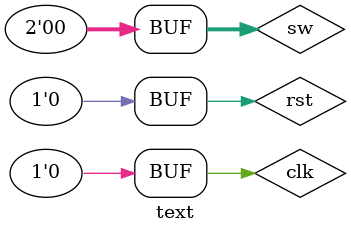
<source format=v>
`timescale 1ns / 1ps


module text;

	// Inputs
	reg [1:0] sw;
	reg clk;
	reg rst;

	// Outputs
	wire [7:0] led;

	// Instantiate the Unit Under Test (UUT)
	led uut (
		.sw(sw), 
		.clk(clk), 
		.led(led), 
		.rst(rst)
	);

	initial begin
		// Initialize Inputs
		sw = 0;
		clk = 0;
		rst = 1;

		// Wait 100 ns for global reset to finish
		#10; sw=0;clk=1;rst=0;#10; sw=0;clk=0;rst=0;
      #10; sw=0;clk=1;rst=0;#10; sw=0;clk=0;rst=0;
		#10; sw=0;clk=1;rst=0;#10; sw=0;clk=0;rst=0;
		#10; sw=0;clk=1;rst=0;#10; sw=0;clk=0;rst=0;
		#10; sw=0;clk=1;rst=0;#10; sw=0;clk=0;rst=0;
		#10; sw=0;clk=1;rst=0;#10; sw=0;clk=0;rst=0;
		#10; sw=0;clk=1;rst=0;#10; sw=0;clk=0;rst=0;
		#10; sw=0;clk=1;rst=0;#10; sw=0;clk=0;rst=0;
		#10; sw=0;clk=1;rst=0;#10; sw=0;clk=0;rst=0;
		#10; sw=0;clk=1;rst=0;#10; sw=0;clk=0;rst=0;
		#10; sw=0;clk=1;rst=0;#10; sw=0;clk=0;rst=0;
		#10; sw=0;clk=1;rst=0;#10; sw=0;clk=0;rst=0;
		#10; sw=0;clk=1;rst=0;#10; sw=0;clk=0;rst=0;
		#10; sw=0;clk=1;rst=0;#10; sw=0;clk=0;rst=0;
		#10; sw=0;clk=1;rst=0;#10; sw=0;clk=0;rst=0;
		#10; sw=0;clk=1;rst=0;#10; sw=0;clk=0;rst=0;
		#10; sw=0;clk=1;rst=0;#10; sw=0;clk=0;rst=0;
		#10; sw=0;clk=1;rst=0;#10; sw=0;clk=0;rst=0;
		#10; sw=0;clk=1;rst=0;#10; sw=0;clk=0;rst=0;
		#10; sw=0;clk=1;rst=0;#10; sw=0;clk=0;rst=0;
		#10; sw=0;clk=1;rst=0;#10; sw=0;clk=0;rst=0;
		#10; sw=0;clk=1;rst=0;#10; sw=0;clk=0;rst=0;
		#10; sw=0;clk=1;rst=0;#10; sw=0;clk=0;rst=0;
		#10; sw=0;clk=1;rst=0;#10; sw=0;clk=0;rst=0;
		#10; sw=0;clk=1;rst=0;#10; sw=0;clk=0;rst=0;#10; sw=0;clk=1;rst=0;#10; sw=0;clk=0;rst=0;
		#10; sw=0;clk=1;rst=0;#10; sw=0;clk=0;rst=0;
		#10; sw=0;clk=1;rst=0;#10; sw=0;clk=0;rst=0;
		#10; sw=0;clk=1;rst=0;#10; sw=0;clk=0;rst=0;
		#10; sw=0;clk=1;rst=0;#10; sw=0;clk=0;rst=0;
		#10; sw=0;clk=1;rst=0;#10; sw=0;clk=0;rst=0;
		#10; sw=0;clk=1;rst=0;#10; sw=0;clk=0;rst=0;
		#10; sw=0;clk=1;rst=0;#10; sw=0;clk=0;rst=0;
		#10; sw=0;clk=1;rst=0;#10; sw=0;clk=0;rst=0;
		#10; sw=0;clk=1;rst=0;#10; sw=0;clk=0;rst=0;
		#10; sw=0;clk=1;rst=0;#10; sw=0;clk=0;rst=0;
		#10; sw=0;clk=1;rst=0;#10; sw=0;clk=0;rst=0;
		#10; sw=0;clk=1;rst=0;#10; sw=0;clk=0;rst=0;
		#10; sw=0;clk=1;rst=0;#10; sw=0;clk=0;rst=0;
		// Add stimulus here

	end
      
endmodule


</source>
